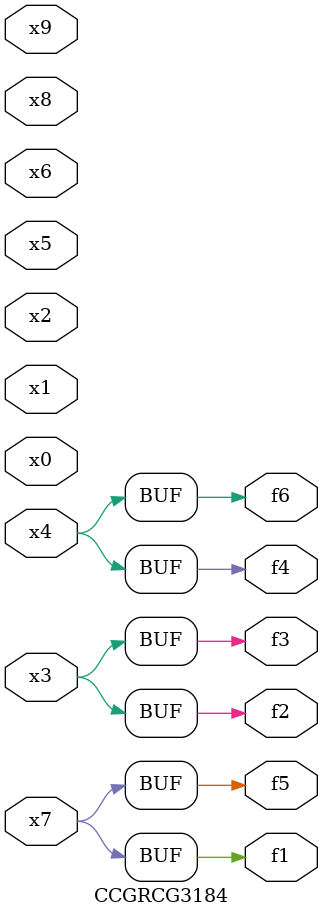
<source format=v>
module CCGRCG3184(
	input x0, x1, x2, x3, x4, x5, x6, x7, x8, x9,
	output f1, f2, f3, f4, f5, f6
);
	assign f1 = x7;
	assign f2 = x3;
	assign f3 = x3;
	assign f4 = x4;
	assign f5 = x7;
	assign f6 = x4;
endmodule

</source>
